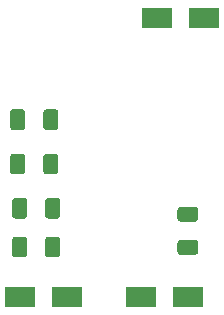
<source format=gbr>
G04 #@! TF.GenerationSoftware,KiCad,Pcbnew,5.1.4*
G04 #@! TF.CreationDate,2020-01-07T14:28:49-05:00*
G04 #@! TF.ProjectId,model-train-cdu,6d6f6465-6c2d-4747-9261-696e2d636475,rev?*
G04 #@! TF.SameCoordinates,Original*
G04 #@! TF.FileFunction,Paste,Top*
G04 #@! TF.FilePolarity,Positive*
%FSLAX46Y46*%
G04 Gerber Fmt 4.6, Leading zero omitted, Abs format (unit mm)*
G04 Created by KiCad (PCBNEW 5.1.4) date 2020-01-07 14:28:49*
%MOMM*%
%LPD*%
G04 APERTURE LIST*
%ADD10C,0.100000*%
%ADD11C,1.250000*%
%ADD12R,2.500000X1.800000*%
G04 APERTURE END LIST*
D10*
G36*
X72399504Y523796D02*
G01*
X72423773Y520196D01*
X72447571Y514235D01*
X72470671Y505970D01*
X72492849Y495480D01*
X72513893Y482867D01*
X72533598Y468253D01*
X72551777Y451777D01*
X72568253Y433598D01*
X72582867Y413893D01*
X72595480Y392849D01*
X72605970Y370671D01*
X72614235Y347571D01*
X72620196Y323773D01*
X72623796Y299504D01*
X72625000Y275000D01*
X72625000Y-975000D01*
X72623796Y-999504D01*
X72620196Y-1023773D01*
X72614235Y-1047571D01*
X72605970Y-1070671D01*
X72595480Y-1092849D01*
X72582867Y-1113893D01*
X72568253Y-1133598D01*
X72551777Y-1151777D01*
X72533598Y-1168253D01*
X72513893Y-1182867D01*
X72492849Y-1195480D01*
X72470671Y-1205970D01*
X72447571Y-1214235D01*
X72423773Y-1220196D01*
X72399504Y-1223796D01*
X72375000Y-1225000D01*
X71625000Y-1225000D01*
X71600496Y-1223796D01*
X71576227Y-1220196D01*
X71552429Y-1214235D01*
X71529329Y-1205970D01*
X71507151Y-1195480D01*
X71486107Y-1182867D01*
X71466402Y-1168253D01*
X71448223Y-1151777D01*
X71431747Y-1133598D01*
X71417133Y-1113893D01*
X71404520Y-1092849D01*
X71394030Y-1070671D01*
X71385765Y-1047571D01*
X71379804Y-1023773D01*
X71376204Y-999504D01*
X71375000Y-975000D01*
X71375000Y275000D01*
X71376204Y299504D01*
X71379804Y323773D01*
X71385765Y347571D01*
X71394030Y370671D01*
X71404520Y392849D01*
X71417133Y413893D01*
X71431747Y433598D01*
X71448223Y451777D01*
X71466402Y468253D01*
X71486107Y482867D01*
X71507151Y495480D01*
X71529329Y505970D01*
X71552429Y514235D01*
X71576227Y520196D01*
X71600496Y523796D01*
X71625000Y525000D01*
X72375000Y525000D01*
X72399504Y523796D01*
X72399504Y523796D01*
G37*
D11*
X72000000Y-350000D03*
D10*
G36*
X69599504Y523796D02*
G01*
X69623773Y520196D01*
X69647571Y514235D01*
X69670671Y505970D01*
X69692849Y495480D01*
X69713893Y482867D01*
X69733598Y468253D01*
X69751777Y451777D01*
X69768253Y433598D01*
X69782867Y413893D01*
X69795480Y392849D01*
X69805970Y370671D01*
X69814235Y347571D01*
X69820196Y323773D01*
X69823796Y299504D01*
X69825000Y275000D01*
X69825000Y-975000D01*
X69823796Y-999504D01*
X69820196Y-1023773D01*
X69814235Y-1047571D01*
X69805970Y-1070671D01*
X69795480Y-1092849D01*
X69782867Y-1113893D01*
X69768253Y-1133598D01*
X69751777Y-1151777D01*
X69733598Y-1168253D01*
X69713893Y-1182867D01*
X69692849Y-1195480D01*
X69670671Y-1205970D01*
X69647571Y-1214235D01*
X69623773Y-1220196D01*
X69599504Y-1223796D01*
X69575000Y-1225000D01*
X68825000Y-1225000D01*
X68800496Y-1223796D01*
X68776227Y-1220196D01*
X68752429Y-1214235D01*
X68729329Y-1205970D01*
X68707151Y-1195480D01*
X68686107Y-1182867D01*
X68666402Y-1168253D01*
X68648223Y-1151777D01*
X68631747Y-1133598D01*
X68617133Y-1113893D01*
X68604520Y-1092849D01*
X68594030Y-1070671D01*
X68585765Y-1047571D01*
X68579804Y-1023773D01*
X68576204Y-999504D01*
X68575000Y-975000D01*
X68575000Y275000D01*
X68576204Y299504D01*
X68579804Y323773D01*
X68585765Y347571D01*
X68594030Y370671D01*
X68604520Y392849D01*
X68617133Y413893D01*
X68631747Y433598D01*
X68648223Y451777D01*
X68666402Y468253D01*
X68686107Y482867D01*
X68707151Y495480D01*
X68729329Y505970D01*
X68752429Y514235D01*
X68776227Y520196D01*
X68800496Y523796D01*
X68825000Y525000D01*
X69575000Y525000D01*
X69599504Y523796D01*
X69599504Y523796D01*
G37*
D11*
X69200000Y-350000D03*
D10*
G36*
X72554505Y-6511205D02*
G01*
X72578774Y-6514805D01*
X72602572Y-6520766D01*
X72625672Y-6529031D01*
X72647850Y-6539521D01*
X72668894Y-6552134D01*
X72688599Y-6566748D01*
X72706778Y-6583224D01*
X72723254Y-6601403D01*
X72737868Y-6621108D01*
X72750481Y-6642152D01*
X72760971Y-6664330D01*
X72769236Y-6687430D01*
X72775197Y-6711228D01*
X72778797Y-6735497D01*
X72780001Y-6760001D01*
X72780001Y-8010001D01*
X72778797Y-8034505D01*
X72775197Y-8058774D01*
X72769236Y-8082572D01*
X72760971Y-8105672D01*
X72750481Y-8127850D01*
X72737868Y-8148894D01*
X72723254Y-8168599D01*
X72706778Y-8186778D01*
X72688599Y-8203254D01*
X72668894Y-8217868D01*
X72647850Y-8230481D01*
X72625672Y-8240971D01*
X72602572Y-8249236D01*
X72578774Y-8255197D01*
X72554505Y-8258797D01*
X72530001Y-8260001D01*
X71780001Y-8260001D01*
X71755497Y-8258797D01*
X71731228Y-8255197D01*
X71707430Y-8249236D01*
X71684330Y-8240971D01*
X71662152Y-8230481D01*
X71641108Y-8217868D01*
X71621403Y-8203254D01*
X71603224Y-8186778D01*
X71586748Y-8168599D01*
X71572134Y-8148894D01*
X71559521Y-8127850D01*
X71549031Y-8105672D01*
X71540766Y-8082572D01*
X71534805Y-8058774D01*
X71531205Y-8034505D01*
X71530001Y-8010001D01*
X71530001Y-6760001D01*
X71531205Y-6735497D01*
X71534805Y-6711228D01*
X71540766Y-6687430D01*
X71549031Y-6664330D01*
X71559521Y-6642152D01*
X71572134Y-6621108D01*
X71586748Y-6601403D01*
X71603224Y-6583224D01*
X71621403Y-6566748D01*
X71641108Y-6552134D01*
X71662152Y-6539521D01*
X71684330Y-6529031D01*
X71707430Y-6520766D01*
X71731228Y-6514805D01*
X71755497Y-6511205D01*
X71780001Y-6510001D01*
X72530001Y-6510001D01*
X72554505Y-6511205D01*
X72554505Y-6511205D01*
G37*
D11*
X72155001Y-7385001D03*
D10*
G36*
X69754505Y-6511205D02*
G01*
X69778774Y-6514805D01*
X69802572Y-6520766D01*
X69825672Y-6529031D01*
X69847850Y-6539521D01*
X69868894Y-6552134D01*
X69888599Y-6566748D01*
X69906778Y-6583224D01*
X69923254Y-6601403D01*
X69937868Y-6621108D01*
X69950481Y-6642152D01*
X69960971Y-6664330D01*
X69969236Y-6687430D01*
X69975197Y-6711228D01*
X69978797Y-6735497D01*
X69980001Y-6760001D01*
X69980001Y-8010001D01*
X69978797Y-8034505D01*
X69975197Y-8058774D01*
X69969236Y-8082572D01*
X69960971Y-8105672D01*
X69950481Y-8127850D01*
X69937868Y-8148894D01*
X69923254Y-8168599D01*
X69906778Y-8186778D01*
X69888599Y-8203254D01*
X69868894Y-8217868D01*
X69847850Y-8230481D01*
X69825672Y-8240971D01*
X69802572Y-8249236D01*
X69778774Y-8255197D01*
X69754505Y-8258797D01*
X69730001Y-8260001D01*
X68980001Y-8260001D01*
X68955497Y-8258797D01*
X68931228Y-8255197D01*
X68907430Y-8249236D01*
X68884330Y-8240971D01*
X68862152Y-8230481D01*
X68841108Y-8217868D01*
X68821403Y-8203254D01*
X68803224Y-8186778D01*
X68786748Y-8168599D01*
X68772134Y-8148894D01*
X68759521Y-8127850D01*
X68749031Y-8105672D01*
X68740766Y-8082572D01*
X68734805Y-8058774D01*
X68731205Y-8034505D01*
X68730001Y-8010001D01*
X68730001Y-6760001D01*
X68731205Y-6735497D01*
X68734805Y-6711228D01*
X68740766Y-6687430D01*
X68749031Y-6664330D01*
X68759521Y-6642152D01*
X68772134Y-6621108D01*
X68786748Y-6601403D01*
X68803224Y-6583224D01*
X68821403Y-6566748D01*
X68841108Y-6552134D01*
X68862152Y-6539521D01*
X68884330Y-6529031D01*
X68907430Y-6520766D01*
X68931228Y-6514805D01*
X68955497Y-6511205D01*
X68980001Y-6510001D01*
X69730001Y-6510001D01*
X69754505Y-6511205D01*
X69754505Y-6511205D01*
G37*
D11*
X69355001Y-7385001D03*
D10*
G36*
X72399504Y4273796D02*
G01*
X72423773Y4270196D01*
X72447571Y4264235D01*
X72470671Y4255970D01*
X72492849Y4245480D01*
X72513893Y4232867D01*
X72533598Y4218253D01*
X72551777Y4201777D01*
X72568253Y4183598D01*
X72582867Y4163893D01*
X72595480Y4142849D01*
X72605970Y4120671D01*
X72614235Y4097571D01*
X72620196Y4073773D01*
X72623796Y4049504D01*
X72625000Y4025000D01*
X72625000Y2775000D01*
X72623796Y2750496D01*
X72620196Y2726227D01*
X72614235Y2702429D01*
X72605970Y2679329D01*
X72595480Y2657151D01*
X72582867Y2636107D01*
X72568253Y2616402D01*
X72551777Y2598223D01*
X72533598Y2581747D01*
X72513893Y2567133D01*
X72492849Y2554520D01*
X72470671Y2544030D01*
X72447571Y2535765D01*
X72423773Y2529804D01*
X72399504Y2526204D01*
X72375000Y2525000D01*
X71625000Y2525000D01*
X71600496Y2526204D01*
X71576227Y2529804D01*
X71552429Y2535765D01*
X71529329Y2544030D01*
X71507151Y2554520D01*
X71486107Y2567133D01*
X71466402Y2581747D01*
X71448223Y2598223D01*
X71431747Y2616402D01*
X71417133Y2636107D01*
X71404520Y2657151D01*
X71394030Y2679329D01*
X71385765Y2702429D01*
X71379804Y2726227D01*
X71376204Y2750496D01*
X71375000Y2775000D01*
X71375000Y4025000D01*
X71376204Y4049504D01*
X71379804Y4073773D01*
X71385765Y4097571D01*
X71394030Y4120671D01*
X71404520Y4142849D01*
X71417133Y4163893D01*
X71431747Y4183598D01*
X71448223Y4201777D01*
X71466402Y4218253D01*
X71486107Y4232867D01*
X71507151Y4245480D01*
X71529329Y4255970D01*
X71552429Y4264235D01*
X71576227Y4270196D01*
X71600496Y4273796D01*
X71625000Y4275000D01*
X72375000Y4275000D01*
X72399504Y4273796D01*
X72399504Y4273796D01*
G37*
D11*
X72000000Y3400000D03*
D10*
G36*
X69599504Y4273796D02*
G01*
X69623773Y4270196D01*
X69647571Y4264235D01*
X69670671Y4255970D01*
X69692849Y4245480D01*
X69713893Y4232867D01*
X69733598Y4218253D01*
X69751777Y4201777D01*
X69768253Y4183598D01*
X69782867Y4163893D01*
X69795480Y4142849D01*
X69805970Y4120671D01*
X69814235Y4097571D01*
X69820196Y4073773D01*
X69823796Y4049504D01*
X69825000Y4025000D01*
X69825000Y2775000D01*
X69823796Y2750496D01*
X69820196Y2726227D01*
X69814235Y2702429D01*
X69805970Y2679329D01*
X69795480Y2657151D01*
X69782867Y2636107D01*
X69768253Y2616402D01*
X69751777Y2598223D01*
X69733598Y2581747D01*
X69713893Y2567133D01*
X69692849Y2554520D01*
X69670671Y2544030D01*
X69647571Y2535765D01*
X69623773Y2529804D01*
X69599504Y2526204D01*
X69575000Y2525000D01*
X68825000Y2525000D01*
X68800496Y2526204D01*
X68776227Y2529804D01*
X68752429Y2535765D01*
X68729329Y2544030D01*
X68707151Y2554520D01*
X68686107Y2567133D01*
X68666402Y2581747D01*
X68648223Y2598223D01*
X68631747Y2616402D01*
X68617133Y2636107D01*
X68604520Y2657151D01*
X68594030Y2679329D01*
X68585765Y2702429D01*
X68579804Y2726227D01*
X68576204Y2750496D01*
X68575000Y2775000D01*
X68575000Y4025000D01*
X68576204Y4049504D01*
X68579804Y4073773D01*
X68585765Y4097571D01*
X68594030Y4120671D01*
X68604520Y4142849D01*
X68617133Y4163893D01*
X68631747Y4183598D01*
X68648223Y4201777D01*
X68666402Y4218253D01*
X68686107Y4232867D01*
X68707151Y4245480D01*
X68729329Y4255970D01*
X68752429Y4264235D01*
X68776227Y4270196D01*
X68800496Y4273796D01*
X68825000Y4275000D01*
X69575000Y4275000D01*
X69599504Y4273796D01*
X69599504Y4273796D01*
G37*
D11*
X69200000Y3400000D03*
D10*
G36*
X72554505Y-3221205D02*
G01*
X72578774Y-3224805D01*
X72602572Y-3230766D01*
X72625672Y-3239031D01*
X72647850Y-3249521D01*
X72668894Y-3262134D01*
X72688599Y-3276748D01*
X72706778Y-3293224D01*
X72723254Y-3311403D01*
X72737868Y-3331108D01*
X72750481Y-3352152D01*
X72760971Y-3374330D01*
X72769236Y-3397430D01*
X72775197Y-3421228D01*
X72778797Y-3445497D01*
X72780001Y-3470001D01*
X72780001Y-4720001D01*
X72778797Y-4744505D01*
X72775197Y-4768774D01*
X72769236Y-4792572D01*
X72760971Y-4815672D01*
X72750481Y-4837850D01*
X72737868Y-4858894D01*
X72723254Y-4878599D01*
X72706778Y-4896778D01*
X72688599Y-4913254D01*
X72668894Y-4927868D01*
X72647850Y-4940481D01*
X72625672Y-4950971D01*
X72602572Y-4959236D01*
X72578774Y-4965197D01*
X72554505Y-4968797D01*
X72530001Y-4970001D01*
X71780001Y-4970001D01*
X71755497Y-4968797D01*
X71731228Y-4965197D01*
X71707430Y-4959236D01*
X71684330Y-4950971D01*
X71662152Y-4940481D01*
X71641108Y-4927868D01*
X71621403Y-4913254D01*
X71603224Y-4896778D01*
X71586748Y-4878599D01*
X71572134Y-4858894D01*
X71559521Y-4837850D01*
X71549031Y-4815672D01*
X71540766Y-4792572D01*
X71534805Y-4768774D01*
X71531205Y-4744505D01*
X71530001Y-4720001D01*
X71530001Y-3470001D01*
X71531205Y-3445497D01*
X71534805Y-3421228D01*
X71540766Y-3397430D01*
X71549031Y-3374330D01*
X71559521Y-3352152D01*
X71572134Y-3331108D01*
X71586748Y-3311403D01*
X71603224Y-3293224D01*
X71621403Y-3276748D01*
X71641108Y-3262134D01*
X71662152Y-3249521D01*
X71684330Y-3239031D01*
X71707430Y-3230766D01*
X71731228Y-3224805D01*
X71755497Y-3221205D01*
X71780001Y-3220001D01*
X72530001Y-3220001D01*
X72554505Y-3221205D01*
X72554505Y-3221205D01*
G37*
D11*
X72155001Y-4095001D03*
D10*
G36*
X69754505Y-3221205D02*
G01*
X69778774Y-3224805D01*
X69802572Y-3230766D01*
X69825672Y-3239031D01*
X69847850Y-3249521D01*
X69868894Y-3262134D01*
X69888599Y-3276748D01*
X69906778Y-3293224D01*
X69923254Y-3311403D01*
X69937868Y-3331108D01*
X69950481Y-3352152D01*
X69960971Y-3374330D01*
X69969236Y-3397430D01*
X69975197Y-3421228D01*
X69978797Y-3445497D01*
X69980001Y-3470001D01*
X69980001Y-4720001D01*
X69978797Y-4744505D01*
X69975197Y-4768774D01*
X69969236Y-4792572D01*
X69960971Y-4815672D01*
X69950481Y-4837850D01*
X69937868Y-4858894D01*
X69923254Y-4878599D01*
X69906778Y-4896778D01*
X69888599Y-4913254D01*
X69868894Y-4927868D01*
X69847850Y-4940481D01*
X69825672Y-4950971D01*
X69802572Y-4959236D01*
X69778774Y-4965197D01*
X69754505Y-4968797D01*
X69730001Y-4970001D01*
X68980001Y-4970001D01*
X68955497Y-4968797D01*
X68931228Y-4965197D01*
X68907430Y-4959236D01*
X68884330Y-4950971D01*
X68862152Y-4940481D01*
X68841108Y-4927868D01*
X68821403Y-4913254D01*
X68803224Y-4896778D01*
X68786748Y-4878599D01*
X68772134Y-4858894D01*
X68759521Y-4837850D01*
X68749031Y-4815672D01*
X68740766Y-4792572D01*
X68734805Y-4768774D01*
X68731205Y-4744505D01*
X68730001Y-4720001D01*
X68730001Y-3470001D01*
X68731205Y-3445497D01*
X68734805Y-3421228D01*
X68740766Y-3397430D01*
X68749031Y-3374330D01*
X68759521Y-3352152D01*
X68772134Y-3331108D01*
X68786748Y-3311403D01*
X68803224Y-3293224D01*
X68821403Y-3276748D01*
X68841108Y-3262134D01*
X68862152Y-3249521D01*
X68884330Y-3239031D01*
X68907430Y-3230766D01*
X68931228Y-3224805D01*
X68955497Y-3221205D01*
X68980001Y-3220001D01*
X69730001Y-3220001D01*
X69754505Y-3221205D01*
X69754505Y-3221205D01*
G37*
D11*
X69355001Y-4095001D03*
D10*
G36*
X84249504Y-6776204D02*
G01*
X84273773Y-6779804D01*
X84297571Y-6785765D01*
X84320671Y-6794030D01*
X84342849Y-6804520D01*
X84363893Y-6817133D01*
X84383598Y-6831747D01*
X84401777Y-6848223D01*
X84418253Y-6866402D01*
X84432867Y-6886107D01*
X84445480Y-6907151D01*
X84455970Y-6929329D01*
X84464235Y-6952429D01*
X84470196Y-6976227D01*
X84473796Y-7000496D01*
X84475000Y-7025000D01*
X84475000Y-7775000D01*
X84473796Y-7799504D01*
X84470196Y-7823773D01*
X84464235Y-7847571D01*
X84455970Y-7870671D01*
X84445480Y-7892849D01*
X84432867Y-7913893D01*
X84418253Y-7933598D01*
X84401777Y-7951777D01*
X84383598Y-7968253D01*
X84363893Y-7982867D01*
X84342849Y-7995480D01*
X84320671Y-8005970D01*
X84297571Y-8014235D01*
X84273773Y-8020196D01*
X84249504Y-8023796D01*
X84225000Y-8025000D01*
X82975000Y-8025000D01*
X82950496Y-8023796D01*
X82926227Y-8020196D01*
X82902429Y-8014235D01*
X82879329Y-8005970D01*
X82857151Y-7995480D01*
X82836107Y-7982867D01*
X82816402Y-7968253D01*
X82798223Y-7951777D01*
X82781747Y-7933598D01*
X82767133Y-7913893D01*
X82754520Y-7892849D01*
X82744030Y-7870671D01*
X82735765Y-7847571D01*
X82729804Y-7823773D01*
X82726204Y-7799504D01*
X82725000Y-7775000D01*
X82725000Y-7025000D01*
X82726204Y-7000496D01*
X82729804Y-6976227D01*
X82735765Y-6952429D01*
X82744030Y-6929329D01*
X82754520Y-6907151D01*
X82767133Y-6886107D01*
X82781747Y-6866402D01*
X82798223Y-6848223D01*
X82816402Y-6831747D01*
X82836107Y-6817133D01*
X82857151Y-6804520D01*
X82879329Y-6794030D01*
X82902429Y-6785765D01*
X82926227Y-6779804D01*
X82950496Y-6776204D01*
X82975000Y-6775000D01*
X84225000Y-6775000D01*
X84249504Y-6776204D01*
X84249504Y-6776204D01*
G37*
D11*
X83600000Y-7400000D03*
D10*
G36*
X84249504Y-3976204D02*
G01*
X84273773Y-3979804D01*
X84297571Y-3985765D01*
X84320671Y-3994030D01*
X84342849Y-4004520D01*
X84363893Y-4017133D01*
X84383598Y-4031747D01*
X84401777Y-4048223D01*
X84418253Y-4066402D01*
X84432867Y-4086107D01*
X84445480Y-4107151D01*
X84455970Y-4129329D01*
X84464235Y-4152429D01*
X84470196Y-4176227D01*
X84473796Y-4200496D01*
X84475000Y-4225000D01*
X84475000Y-4975000D01*
X84473796Y-4999504D01*
X84470196Y-5023773D01*
X84464235Y-5047571D01*
X84455970Y-5070671D01*
X84445480Y-5092849D01*
X84432867Y-5113893D01*
X84418253Y-5133598D01*
X84401777Y-5151777D01*
X84383598Y-5168253D01*
X84363893Y-5182867D01*
X84342849Y-5195480D01*
X84320671Y-5205970D01*
X84297571Y-5214235D01*
X84273773Y-5220196D01*
X84249504Y-5223796D01*
X84225000Y-5225000D01*
X82975000Y-5225000D01*
X82950496Y-5223796D01*
X82926227Y-5220196D01*
X82902429Y-5214235D01*
X82879329Y-5205970D01*
X82857151Y-5195480D01*
X82836107Y-5182867D01*
X82816402Y-5168253D01*
X82798223Y-5151777D01*
X82781747Y-5133598D01*
X82767133Y-5113893D01*
X82754520Y-5092849D01*
X82744030Y-5070671D01*
X82735765Y-5047571D01*
X82729804Y-5023773D01*
X82726204Y-4999504D01*
X82725000Y-4975000D01*
X82725000Y-4225000D01*
X82726204Y-4200496D01*
X82729804Y-4176227D01*
X82735765Y-4152429D01*
X82744030Y-4129329D01*
X82754520Y-4107151D01*
X82767133Y-4086107D01*
X82781747Y-4066402D01*
X82798223Y-4048223D01*
X82816402Y-4031747D01*
X82836107Y-4017133D01*
X82857151Y-4004520D01*
X82879329Y-3994030D01*
X82902429Y-3985765D01*
X82926227Y-3979804D01*
X82950496Y-3976204D01*
X82975000Y-3975000D01*
X84225000Y-3975000D01*
X84249504Y-3976204D01*
X84249504Y-3976204D01*
G37*
D11*
X83600000Y-4600000D03*
D12*
X73400000Y-11600000D03*
X69400000Y-11600000D03*
X83600000Y-11600000D03*
X79600000Y-11600000D03*
X85000000Y12000000D03*
X81000000Y12000000D03*
M02*

</source>
